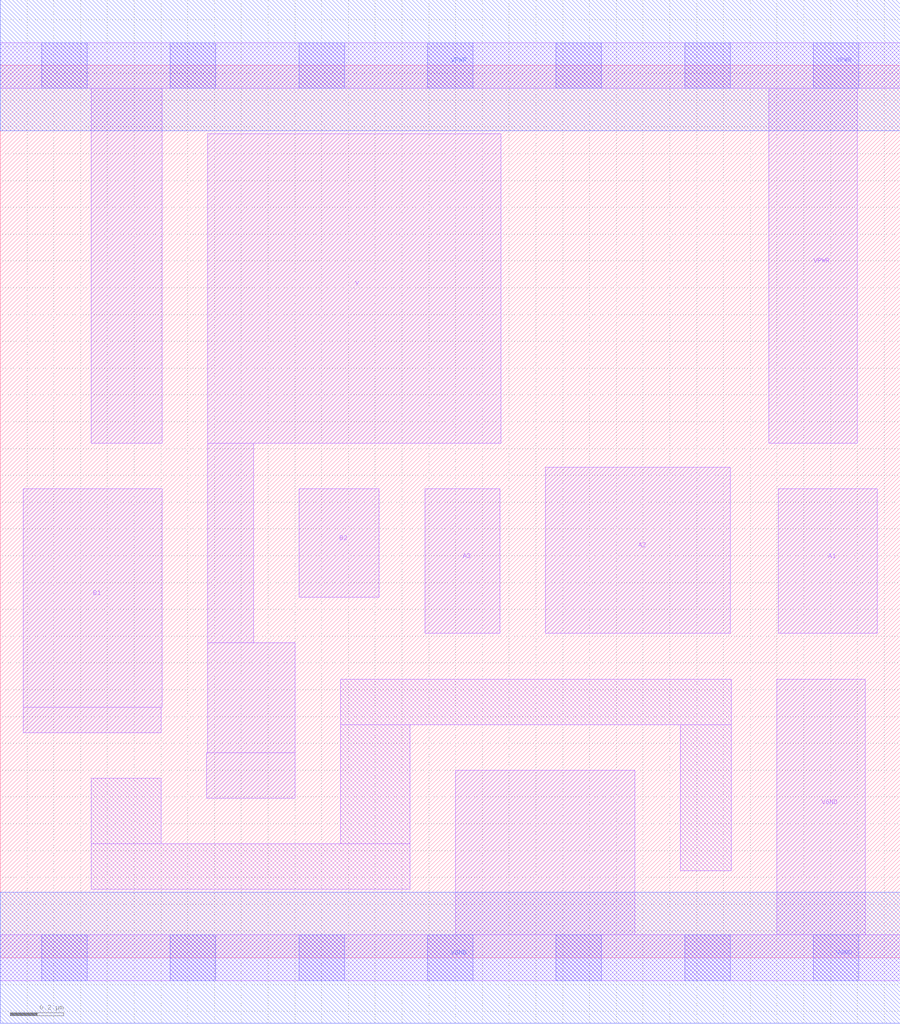
<source format=lef>
# Copyright 2020 The SkyWater PDK Authors
#
# Licensed under the Apache License, Version 2.0 (the "License");
# you may not use this file except in compliance with the License.
# You may obtain a copy of the License at
#
#     https://www.apache.org/licenses/LICENSE-2.0
#
# Unless required by applicable law or agreed to in writing, software
# distributed under the License is distributed on an "AS IS" BASIS,
# WITHOUT WARRANTIES OR CONDITIONS OF ANY KIND, either express or implied.
# See the License for the specific language governing permissions and
# limitations under the License.
#
# SPDX-License-Identifier: Apache-2.0

VERSION 5.7 ;
  NAMESCASESENSITIVE ON ;
  NOWIREEXTENSIONATPIN ON ;
  DIVIDERCHAR "/" ;
  BUSBITCHARS "[]" ;
UNITS
  DATABASE MICRONS 200 ;
END UNITS
MACRO sky130_fd_sc_lp__o32ai_1
  CLASS CORE ;
  SOURCE USER ;
  FOREIGN sky130_fd_sc_lp__o32ai_1 ;
  ORIGIN  0.000000  0.000000 ;
  SIZE  3.360000 BY  3.330000 ;
  SYMMETRY X Y R90 ;
  SITE unit ;
  PIN A1
    ANTENNAGATEAREA  0.315000 ;
    DIRECTION INPUT ;
    USE SIGNAL ;
    PORT
      LAYER li1 ;
        RECT 2.905000 1.210000 3.275000 1.750000 ;
    END
  END A1
  PIN A2
    ANTENNAGATEAREA  0.315000 ;
    DIRECTION INPUT ;
    USE SIGNAL ;
    PORT
      LAYER li1 ;
        RECT 2.035000 1.210000 2.725000 1.830000 ;
    END
  END A2
  PIN A3
    ANTENNAGATEAREA  0.315000 ;
    DIRECTION INPUT ;
    USE SIGNAL ;
    PORT
      LAYER li1 ;
        RECT 1.585000 1.210000 1.865000 1.750000 ;
    END
  END A3
  PIN B1
    ANTENNAGATEAREA  0.315000 ;
    DIRECTION INPUT ;
    USE SIGNAL ;
    PORT
      LAYER li1 ;
        RECT 0.085000 0.840000 0.600000 0.935000 ;
        RECT 0.085000 0.935000 0.605000 1.750000 ;
    END
  END B1
  PIN B2
    ANTENNAGATEAREA  0.315000 ;
    DIRECTION INPUT ;
    USE SIGNAL ;
    PORT
      LAYER li1 ;
        RECT 1.115000 1.345000 1.415000 1.750000 ;
    END
  END B2
  PIN Y
    ANTENNADIFFAREA  1.146600 ;
    DIRECTION OUTPUT ;
    USE SIGNAL ;
    PORT
      LAYER li1 ;
        RECT 0.770000 0.595000 1.100000 0.765000 ;
        RECT 0.775000 0.765000 1.100000 1.175000 ;
        RECT 0.775000 1.175000 0.945000 1.920000 ;
        RECT 0.775000 1.920000 1.870000 3.075000 ;
    END
  END Y
  PIN VGND
    DIRECTION INOUT ;
    USE GROUND ;
    PORT
      LAYER li1 ;
        RECT 0.000000 -0.085000 3.360000 0.085000 ;
        RECT 1.700000  0.085000 2.370000 0.700000 ;
        RECT 2.900000  0.085000 3.230000 1.040000 ;
      LAYER mcon ;
        RECT 0.155000 -0.085000 0.325000 0.085000 ;
        RECT 0.635000 -0.085000 0.805000 0.085000 ;
        RECT 1.115000 -0.085000 1.285000 0.085000 ;
        RECT 1.595000 -0.085000 1.765000 0.085000 ;
        RECT 2.075000 -0.085000 2.245000 0.085000 ;
        RECT 2.555000 -0.085000 2.725000 0.085000 ;
        RECT 3.035000 -0.085000 3.205000 0.085000 ;
      LAYER met1 ;
        RECT 0.000000 -0.245000 3.360000 0.245000 ;
    END
  END VGND
  PIN VPWR
    DIRECTION INOUT ;
    USE POWER ;
    PORT
      LAYER li1 ;
        RECT 0.000000 3.245000 3.360000 3.415000 ;
        RECT 0.340000 1.920000 0.605000 3.245000 ;
        RECT 2.870000 1.920000 3.200000 3.245000 ;
      LAYER mcon ;
        RECT 0.155000 3.245000 0.325000 3.415000 ;
        RECT 0.635000 3.245000 0.805000 3.415000 ;
        RECT 1.115000 3.245000 1.285000 3.415000 ;
        RECT 1.595000 3.245000 1.765000 3.415000 ;
        RECT 2.075000 3.245000 2.245000 3.415000 ;
        RECT 2.555000 3.245000 2.725000 3.415000 ;
        RECT 3.035000 3.245000 3.205000 3.415000 ;
      LAYER met1 ;
        RECT 0.000000 3.085000 3.360000 3.575000 ;
    END
  END VPWR
  OBS
    LAYER li1 ;
      RECT 0.340000 0.255000 1.530000 0.425000 ;
      RECT 0.340000 0.425000 0.600000 0.670000 ;
      RECT 1.270000 0.425000 1.530000 0.870000 ;
      RECT 1.270000 0.870000 2.730000 1.040000 ;
      RECT 2.540000 0.325000 2.730000 0.870000 ;
  END
END sky130_fd_sc_lp__o32ai_1

</source>
